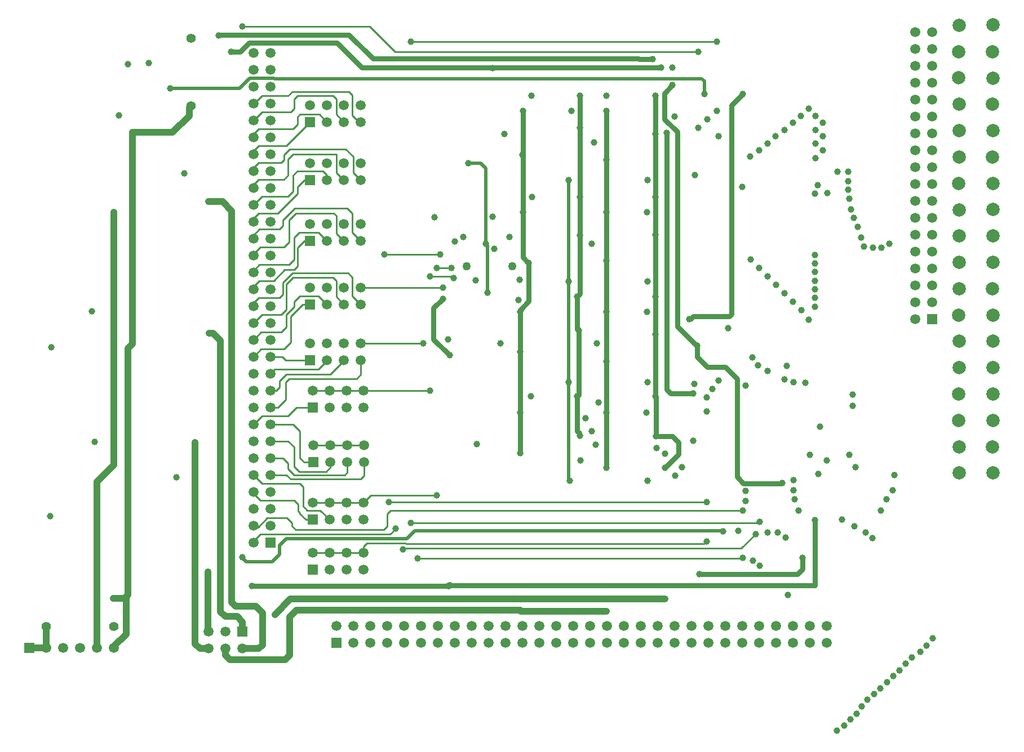
<source format=gbl>
%FSLAX25Y25*%
%MOIN*%
G70*
G01*
G75*
G04 Layer_Physical_Order=6*
G04 Layer_Color=16711680*
%ADD10O,0.01378X0.06693*%
%ADD11R,0.06693X0.04331*%
%ADD12R,0.11811X0.04331*%
%ADD13R,0.35827X0.41929*%
%ADD14R,0.10236X0.04331*%
%ADD15R,0.04331X0.06693*%
%ADD16R,0.05512X0.03937*%
%ADD17R,0.05512X0.12795*%
%ADD18O,0.07087X0.02362*%
%ADD19O,0.02165X0.07874*%
%ADD20O,0.07874X0.02165*%
%ADD21O,0.02756X0.09843*%
%ADD22C,0.01000*%
%ADD23C,0.02000*%
%ADD24C,0.02953*%
%ADD25C,0.03937*%
%ADD26C,0.04000*%
%ADD27C,0.01969*%
%ADD28R,0.05906X0.05906*%
%ADD29C,0.05906*%
%ADD30C,0.05512*%
%ADD31R,0.05906X0.05906*%
%ADD32C,0.07874*%
%ADD33C,0.03937*%
%ADD34C,0.05000*%
%ADD35C,0.07543*%
G04:AMPARAMS|DCode=36|XSize=93.465mil|YSize=93.465mil|CornerRadius=0mil|HoleSize=0mil|Usage=FLASHONLY|Rotation=0.000|XOffset=0mil|YOffset=0mil|HoleType=Round|Shape=Relief|Width=10mil|Gap=10mil|Entries=4|*
%AMTHD36*
7,0,0,0.09347,0.07347,0.01000,45*
%
%ADD36THD36*%
%ADD37C,0.07347*%
%ADD38C,0.08921*%
%ADD39C,0.05969*%
G04:AMPARAMS|DCode=40|XSize=79.685mil|YSize=79.685mil|CornerRadius=0mil|HoleSize=0mil|Usage=FLASHONLY|Rotation=0.000|XOffset=0mil|YOffset=0mil|HoleType=Round|Shape=Relief|Width=10mil|Gap=10mil|Entries=4|*
%AMTHD40*
7,0,0,0.07969,0.05969,0.01000,45*
%
%ADD40THD40*%
%ADD41C,0.06800*%
G04:AMPARAMS|DCode=42|XSize=95.433mil|YSize=95.433mil|CornerRadius=0mil|HoleSize=0mil|Usage=FLASHONLY|Rotation=0.000|XOffset=0mil|YOffset=0mil|HoleType=Round|Shape=Relief|Width=10mil|Gap=10mil|Entries=4|*
%AMTHD42*
7,0,0,0.09543,0.07543,0.01000,45*
%
%ADD42THD42*%
%ADD43C,0.02913*%
D22*
X240453Y487500D02*
X240551Y487402D01*
X240453Y487500D02*
X315650D01*
X312000Y179500D02*
X313968Y181468D01*
X336937D01*
X337303Y181102D02*
X513602D01*
X336937Y181468D02*
X337303Y181102D01*
X513602D02*
X515000Y182500D01*
X240158Y173228D02*
X240551D01*
X327949Y187004D02*
X331000Y190055D01*
X251000Y187000D02*
X327953D01*
X504724Y314173D02*
X505512D01*
X330650Y472500D02*
X510000D01*
X315650Y487500D02*
X330650Y472500D01*
X209055Y439555D02*
X210000Y440500D01*
X170866Y148819D02*
X171260D01*
X154500Y217886D02*
X154500D01*
X171260Y148819D02*
X171653Y148425D01*
X164500Y119500D02*
Y120405D01*
X124488Y119512D02*
X124500Y119500D01*
X515000Y204500D02*
Y206000D01*
X513500D02*
X515000Y204500D01*
X364500Y339500D02*
X365500Y338500D01*
X535500Y178500D02*
X544000Y187000D01*
X536000Y172500D02*
X536500Y173000D01*
X266500Y417000D02*
X280500Y431000D01*
X250000Y417000D02*
X266500D01*
X247000Y414000D02*
X250000Y417000D01*
X247000Y412000D02*
Y414000D01*
X286000Y435500D02*
X290500Y431000D01*
X274500Y435500D02*
X286000D01*
X273000Y434000D02*
X274500Y435500D01*
X273000Y429500D02*
Y434000D01*
X270500Y427000D02*
X273000Y429500D01*
X250000Y427000D02*
X270500D01*
X247000Y424000D02*
X250000Y427000D01*
X247000Y422000D02*
Y424000D01*
X296000Y435500D02*
X300500Y431000D01*
X296000Y435500D02*
Y444500D01*
X294000Y446500D02*
X296000Y444500D01*
X273000Y446500D02*
X294000D01*
X271000Y444500D02*
X273000Y446500D01*
X271000Y439000D02*
Y444500D01*
X269000Y437000D02*
X271000Y439000D01*
X252000Y437000D02*
X269000D01*
X247000Y432000D02*
X252000Y437000D01*
X309500Y431000D02*
X310500D01*
X305500Y435000D02*
X309500Y431000D01*
X305500Y435000D02*
Y447000D01*
X303500Y449000D02*
X305500Y447000D01*
X270000Y449000D02*
X303500D01*
X267500Y446500D02*
X270000Y449000D01*
X252000Y446500D02*
X267500D01*
X247500Y442000D02*
X252000Y446500D01*
X247000Y442000D02*
X247500D01*
X277000Y396500D02*
X280500D01*
X273000Y392500D02*
X277000Y396500D01*
X247000Y374000D02*
X250000Y377000D01*
X247000Y372000D02*
Y374000D01*
X290500Y396500D02*
Y399500D01*
X288000Y402000D02*
X290500Y399500D01*
X273000Y402000D02*
X288000D01*
X270500Y399500D02*
X273000Y402000D01*
X270500Y390000D02*
Y399500D01*
X267500Y387000D02*
X270500Y390000D01*
X252000Y387000D02*
X267500D01*
X247000Y382000D02*
X252000Y387000D01*
X296000Y401000D02*
X300500Y396500D01*
X296000Y401000D02*
Y412000D01*
X270500D02*
X296000D01*
X267500Y409000D02*
X270500Y412000D01*
X267500Y399500D02*
Y409000D01*
X265000Y397000D02*
X267500Y399500D01*
X250000Y397000D02*
X265000D01*
X247000Y394000D02*
X250000Y397000D01*
X306000Y401000D02*
X310500Y396500D01*
X306000Y401000D02*
Y410500D01*
X301500Y415000D02*
X306000Y410500D01*
X268500Y415000D02*
X301500D01*
X265000Y411500D02*
X268500Y415000D01*
X265000Y408500D02*
Y411500D01*
X263500Y407000D02*
X265000Y408500D01*
X250000Y407000D02*
X263500D01*
X247000Y404000D02*
X250000Y407000D01*
X247000Y402000D02*
Y404000D01*
X277000Y360500D02*
X280500D01*
X273000Y356500D02*
X277000Y360500D01*
X247000Y333500D02*
X250500Y337000D01*
X285500Y365500D02*
X290500Y360500D01*
X274000Y365500D02*
X285500D01*
X271000Y362500D02*
X274000Y365500D01*
X271000Y349500D02*
Y362500D01*
X268000Y346500D02*
X271000Y349500D01*
X250500Y346500D02*
X268000D01*
X247000Y343000D02*
X250500Y346500D01*
X296000Y365000D02*
X300500Y360500D01*
X296000Y365000D02*
Y375500D01*
X294500Y377000D02*
X296000Y375500D01*
X273000Y388500D02*
Y392500D01*
X261500Y377000D02*
X273000Y388500D01*
X250000Y377000D02*
X261500D01*
X272000D02*
X294500D01*
X268000Y373000D02*
X272000Y377000D01*
X268000Y360000D02*
Y373000D01*
X265000Y357000D02*
X268000Y360000D01*
X251000Y357000D02*
X265000D01*
X247000Y353000D02*
X251000Y357000D01*
X247000Y352000D02*
Y353000D01*
X305500Y365500D02*
X310500Y360500D01*
X305500Y365500D02*
Y377000D01*
X302500Y380000D02*
X305500Y377000D01*
X271500Y380000D02*
X302500D01*
X264500Y373000D02*
X271500Y380000D01*
X264500Y369500D02*
Y373000D01*
X262500Y367500D02*
X264500Y369500D01*
X250500Y367500D02*
X262500D01*
X247000Y364000D02*
X250500Y367500D01*
X247000Y362000D02*
Y364000D01*
X273000Y345500D02*
Y356500D01*
X271000Y343500D02*
X273000Y345500D01*
X265500Y343500D02*
X271000D01*
X259000Y337000D02*
X265500Y343500D01*
X250500Y337000D02*
X259000D01*
X276000Y323000D02*
X280500D01*
X269000Y316000D02*
X276000Y323000D01*
X269000Y300500D02*
Y316000D01*
X265000Y296500D02*
X269000Y300500D01*
X251500Y296500D02*
X265000D01*
X247000Y292000D02*
X251500Y296500D01*
X285500Y328000D02*
X290500Y323000D01*
X274500Y328000D02*
X285500D01*
X271000Y324500D02*
X274500Y328000D01*
X271000Y321500D02*
Y324500D01*
X266500Y317000D02*
X271000Y321500D01*
X266500Y309500D02*
Y317000D01*
X263500Y306500D02*
X266500Y309500D01*
X251500Y306500D02*
X263500D01*
X247000Y302000D02*
X251500Y306500D01*
X296000Y327500D02*
X300500Y323000D01*
X296000Y327500D02*
Y337000D01*
X294000Y339000D02*
X296000Y337000D01*
X270500Y339000D02*
X294000D01*
X266500Y335000D02*
X270500Y339000D01*
X266500Y320000D02*
Y335000D01*
X263500Y317000D02*
X266500Y320000D01*
X252000Y317000D02*
X263500D01*
X247000Y312000D02*
X252000Y317000D01*
X305500Y328000D02*
X310500Y323000D01*
X305500Y328000D02*
Y339000D01*
X303000Y341500D02*
X305500Y339000D01*
X270172Y341500D02*
X303000D01*
X264500Y335828D02*
X270172Y341500D01*
X264500Y329000D02*
Y335828D01*
X262500Y327000D02*
X264500Y329000D01*
X250000Y327000D02*
X262500D01*
X247000Y324000D02*
X250000Y327000D01*
X247000Y322000D02*
Y324000D01*
X266000Y290000D02*
X280500D01*
X264000Y292000D02*
X266000Y290000D01*
X257000Y292000D02*
X264000D01*
X290500Y289500D02*
Y290000D01*
X285500Y284500D02*
X290500Y289500D01*
X259500Y284500D02*
X285500D01*
X257000Y282000D02*
X259500Y284500D01*
X300500Y289500D02*
Y290000D01*
X292500Y281500D02*
X300500Y289500D01*
X266500Y281500D02*
X292500D01*
X262500Y277500D02*
X266500Y281500D01*
X262500Y274000D02*
Y277500D01*
X260500Y272000D02*
X262500Y274000D01*
X257000Y272000D02*
X260500D01*
X310500Y281500D02*
Y290000D01*
X308000Y279000D02*
X310500Y281500D01*
X268000Y279000D02*
X308000D01*
X266000Y277000D02*
X268000Y279000D01*
X266000Y266500D02*
Y277000D01*
X261500Y262000D02*
X266000Y266500D01*
X257000Y262000D02*
X261500D01*
X272500D02*
X282000D01*
X267500Y257000D02*
X272500Y262000D01*
X252000Y257000D02*
X267500D01*
X247000Y252000D02*
X252000Y257000D01*
X277000Y229500D02*
X282500D01*
X274500Y232000D02*
X277000Y229500D01*
X274500Y232000D02*
Y248000D01*
X270500Y252000D02*
X274500Y248000D01*
X257000Y252000D02*
X270500D01*
X292500Y226500D02*
Y229500D01*
X290000Y224000D02*
X292500Y226500D01*
X271000Y227000D02*
Y238500D01*
X267500Y242000D02*
X271000Y238500D01*
X257000Y242000D02*
X267500D01*
X302500Y223500D02*
Y229500D01*
X301000Y222000D02*
X302500Y223500D01*
X267500Y225500D02*
Y229000D01*
X264500Y232000D02*
X267500Y229000D01*
X257000Y232000D02*
X264500D01*
X312500Y221500D02*
Y229500D01*
X310500Y219500D02*
X312500Y221500D01*
X257000Y222000D02*
X266500D01*
X278000Y195500D02*
X282000D01*
X274500Y199000D02*
X278000Y195500D01*
X274500Y199000D02*
Y199500D01*
X273500Y200500D02*
X274500Y199500D01*
X273500Y200500D02*
Y204500D01*
X271000Y207000D02*
X273500Y204500D01*
X251000Y207000D02*
X271000D01*
X247000Y211000D02*
X251000Y207000D01*
X247000Y211000D02*
Y212000D01*
X286453Y201047D02*
X292000Y195500D01*
X278953Y201047D02*
X286453D01*
X276500Y203500D02*
X278953Y201047D01*
X271000Y227000D02*
X274000Y224000D01*
X290000D01*
X267500Y225500D02*
X271000Y222000D01*
X301000D01*
X266500D02*
X269000Y219500D01*
X310500D01*
X247000Y222000D02*
X252000Y217000D01*
X274500D01*
X276500Y215000D01*
Y203500D02*
Y215000D01*
X282000Y272000D02*
X292000D01*
X302000D01*
X312000D01*
X282500Y239500D02*
X292500D01*
X302500D01*
X312500D01*
X335500Y178000D02*
X336000Y178500D01*
X535500D01*
X327000Y206000D02*
X513500D01*
X344000Y172500D02*
X536000D01*
X312000Y176000D02*
Y179500D01*
X340000Y478500D02*
X521000D01*
X310500Y300000D02*
X347500D01*
X351500Y339500D02*
X364500D01*
X312000Y272000D02*
X351500D01*
X355500Y344500D02*
X364000D01*
X316500Y210000D02*
X355500D01*
X312000Y205500D02*
X316500Y210000D01*
X310500Y333000D02*
X359000D01*
X324500Y352500D02*
X357500D01*
X247000Y183000D02*
X251000Y187000D01*
X247000Y192000D02*
X248000Y191000D01*
X249703D01*
X255156Y196453D01*
X266953D01*
X269905Y193500D01*
Y191595D02*
Y193500D01*
Y191595D02*
X272000Y189500D01*
X324000D01*
X326000Y191500D01*
Y199000D01*
X328000Y201000D01*
X536500D01*
X384500Y359000D02*
X385500Y358000D01*
X433500Y219000D02*
X434000Y218500D01*
X546457Y194095D02*
X547051Y193500D01*
X340000D02*
X547051D01*
X409449Y347638D02*
X409842D01*
X404724Y318504D02*
Y319685D01*
X440043Y363894D02*
X440158Y363779D01*
X438583Y308266D02*
X439369Y307480D01*
X438583Y268504D02*
X439369Y269290D01*
X439764Y244882D02*
X440158Y245276D01*
X484646Y268504D02*
X485039Y268110D01*
X404724Y141732D02*
X405118Y141339D01*
X302000Y205500D02*
X312000D01*
X292000D02*
X302000D01*
X282000D02*
X292000D01*
X302000Y176000D02*
X312000D01*
X292000D02*
X302000D01*
X282000D02*
X292000D01*
D23*
X342520Y188976D02*
X524624D01*
X524900Y188700D01*
X337795Y184252D02*
X342520Y188976D01*
X266535Y184252D02*
X337795D01*
X262598Y180315D02*
X266535Y184252D01*
X240158Y173228D02*
X242913Y170472D01*
X258268D01*
X262598Y174803D01*
Y180315D01*
X513779Y447638D02*
Y455118D01*
X512205Y456693D02*
X513779Y455118D01*
X496557Y456693D02*
X512205D01*
X496526Y456724D02*
X496557Y456693D01*
X474835Y456724D02*
X496526D01*
X474803Y456693D02*
X474835Y456724D01*
X259311Y456693D02*
X474803D01*
X259051Y456953D02*
X259311Y456693D01*
X244949Y456953D02*
X259051D01*
X238783Y450787D02*
X244949Y456953D01*
X197638Y450787D02*
X238783D01*
X385500Y330000D02*
Y358000D01*
X384500Y359000D02*
Y403500D01*
X381500Y406500D02*
X384500Y403500D01*
X374000Y406500D02*
X381500D01*
X433500Y219000D02*
Y277000D01*
Y336500D01*
Y396500D01*
D24*
X510630Y163386D02*
X568898D01*
X571654Y166142D01*
X490158Y448032D02*
X494882Y452756D01*
X490158Y432677D02*
Y448032D01*
X226772Y482677D02*
X303543D01*
X505512Y314173D02*
X507087Y315748D01*
X528346D01*
X529921Y317323D01*
Y440945D01*
X536614Y447638D01*
X317717Y468504D02*
X474803D01*
X475197Y468110D01*
X311024Y463386D02*
X488189D01*
X296488Y477921D02*
X311024Y463386D01*
X475197Y468110D02*
X483071D01*
X303543Y482677D02*
X317717Y468504D01*
X244547Y477921D02*
X296488D01*
X239067Y472441D02*
X244547Y477921D01*
X233858Y472441D02*
X239067D01*
X226378Y482282D02*
X226772Y482677D01*
X559448Y216929D02*
X559841Y217322D01*
X540144Y216929D02*
X559448D01*
X540030Y217043D02*
X540144Y216929D01*
X536894Y217043D02*
X540030D01*
X533071Y220866D02*
X536894Y217043D01*
X533071Y220866D02*
Y278740D01*
X525984Y285827D02*
X533071Y278740D01*
X515354Y285827D02*
X525984D01*
X509449Y291732D02*
X515354Y285827D01*
X509449Y291732D02*
Y298425D01*
X571654Y166142D02*
Y172835D01*
X509055Y298425D02*
X509449D01*
X497638Y309842D02*
X509055Y298425D01*
X497638Y309842D02*
Y425197D01*
X490158Y432677D02*
X497638Y425197D01*
X493701Y270079D02*
X507087D01*
X491339Y272441D02*
X493701Y270079D01*
X491339Y272441D02*
Y424409D01*
X455945Y259095D02*
Y289331D01*
X455905Y259055D02*
X455945Y259095D01*
X455905Y289370D02*
X455945Y289331D01*
X404724Y259055D02*
Y294882D01*
Y235039D02*
Y259055D01*
Y294882D02*
Y318504D01*
X406299Y413779D02*
Y437402D01*
X440158Y427559D02*
Y446457D01*
X440043Y363894D02*
Y386500D01*
X440158D02*
Y427559D01*
Y329134D02*
Y363779D01*
X438583Y327559D02*
X440158Y329134D01*
X438583Y308266D02*
Y327559D01*
X439369Y269290D02*
Y307480D01*
X438583Y248031D02*
Y268504D01*
Y248031D02*
X439764Y246850D01*
X455905Y289370D02*
Y318504D01*
Y348819D01*
Y377559D01*
X484646Y424016D02*
Y446457D01*
Y386614D02*
Y424016D01*
Y364173D02*
Y386614D01*
Y327559D02*
Y364173D01*
Y305118D02*
Y327559D01*
Y268504D02*
Y305118D01*
X455905Y377559D02*
Y408661D01*
Y437402D01*
X409842Y347638D02*
X409957Y347524D01*
X404724Y319685D02*
X409957Y324917D01*
Y347524D01*
X455905Y226378D02*
Y259055D01*
X439764Y244882D02*
Y246850D01*
X490551Y226378D02*
X498425Y234252D01*
Y241339D01*
X494882Y244882D02*
X498425Y241339D01*
X485039Y244882D02*
X494882D01*
X485039D02*
Y268110D01*
X406299Y350787D02*
Y377559D01*
Y413779D01*
X246063Y156299D02*
X362598D01*
X353543Y302362D02*
X362992Y292913D01*
X353543Y302362D02*
Y320866D01*
X359055Y326378D01*
X362992Y156693D02*
X579134D01*
Y194093D01*
Y195276D01*
D25*
X220472Y383858D02*
X228740D01*
X234252Y378346D01*
Y146457D02*
Y378346D01*
Y146457D02*
X236614Y144095D01*
X248425D02*
X252362Y140157D01*
X236614Y144095D02*
X248425D01*
X252362Y121339D02*
Y140157D01*
X250157Y119134D02*
X252362Y121339D01*
X240551Y119134D02*
X250157D01*
X220866Y305906D02*
X223228D01*
X227559Y301575D01*
Y140945D02*
X230315Y138189D01*
X237402D01*
X240551Y135039D01*
Y129134D02*
Y135039D01*
X212598Y122047D02*
Y241339D01*
Y122047D02*
X215512Y119134D01*
X220551D01*
X220079Y131968D02*
Y164567D01*
X172835Y296850D02*
X175591Y299606D01*
Y424803D01*
X199213D01*
X209055Y434646D01*
Y439555D01*
X164173Y148819D02*
X170866D01*
X172835Y150787D01*
Y296850D01*
X154500Y217886D02*
X164567Y227953D01*
Y377559D01*
X171653Y127559D02*
Y148425D01*
X164500Y120405D02*
X171653Y127559D01*
X154500Y119500D02*
Y217886D01*
X114500Y119500D02*
X124500D01*
X124488Y119512D02*
Y132283D01*
X230551Y115118D02*
Y119134D01*
Y115118D02*
X233071Y112598D01*
X259842Y139370D02*
X268898Y148425D01*
X447244D01*
X233071Y112598D02*
X265748D01*
X268504Y115354D01*
Y137795D01*
X272441Y141732D01*
X404724D01*
X405118Y141339D02*
X455905D01*
X447244Y148425D02*
X490551D01*
X362598Y156299D02*
X362992Y156693D01*
X227559Y140945D02*
Y156299D01*
Y301575D01*
D28*
X114500Y119500D02*
D03*
X240551Y129134D02*
D03*
X282000Y166000D02*
D03*
Y195500D02*
D03*
X282500Y229500D02*
D03*
X282000Y262000D02*
D03*
X280500Y290000D02*
D03*
Y323000D02*
D03*
Y360500D02*
D03*
Y396500D02*
D03*
X296272Y122453D02*
D03*
X280500Y431000D02*
D03*
D29*
X124500Y119500D02*
D03*
X134500D02*
D03*
X144500D02*
D03*
X154500D02*
D03*
X164500D02*
D03*
X240551Y119134D02*
D03*
X230551Y129134D02*
D03*
Y119134D02*
D03*
X220551Y129134D02*
D03*
Y119134D02*
D03*
X638425Y484173D02*
D03*
X648425D02*
D03*
X638425Y474173D02*
D03*
X648425D02*
D03*
X638425Y464173D02*
D03*
X648425D02*
D03*
X638425Y454173D02*
D03*
X648425D02*
D03*
X638425Y444173D02*
D03*
X648425D02*
D03*
X638425Y434173D02*
D03*
X648425D02*
D03*
X638425Y424173D02*
D03*
X648425D02*
D03*
X638425Y414173D02*
D03*
X648425D02*
D03*
X638425Y404173D02*
D03*
X648425D02*
D03*
X638425Y394173D02*
D03*
X648425D02*
D03*
X638425Y384173D02*
D03*
X648425D02*
D03*
X638425Y374173D02*
D03*
X648425D02*
D03*
X638425Y364173D02*
D03*
X648425D02*
D03*
X638425Y354173D02*
D03*
X648425D02*
D03*
X638425Y344173D02*
D03*
X648425D02*
D03*
X638425Y334173D02*
D03*
X648425D02*
D03*
X638425Y324173D02*
D03*
X648425D02*
D03*
X638425Y314173D02*
D03*
X257000Y432000D02*
D03*
X247000D02*
D03*
X257000Y442000D02*
D03*
X247000D02*
D03*
X257000Y452000D02*
D03*
X247000D02*
D03*
X257000Y462000D02*
D03*
X247000D02*
D03*
X257000Y472000D02*
D03*
X247000D02*
D03*
Y182000D02*
D03*
X257000Y192000D02*
D03*
X247000D02*
D03*
X257000Y202000D02*
D03*
X247000D02*
D03*
X257000Y212000D02*
D03*
X247000D02*
D03*
X257000Y222000D02*
D03*
X247000D02*
D03*
X257000Y232000D02*
D03*
X247000D02*
D03*
X257000Y242000D02*
D03*
X247000D02*
D03*
X257000Y252000D02*
D03*
X247000D02*
D03*
X257000Y262000D02*
D03*
X247000D02*
D03*
X257000Y272000D02*
D03*
X247000D02*
D03*
X257000Y282000D02*
D03*
X247000D02*
D03*
X257000Y292000D02*
D03*
X247000D02*
D03*
X257000Y302000D02*
D03*
X247000D02*
D03*
X257000Y312000D02*
D03*
X247000D02*
D03*
X257000Y322000D02*
D03*
X247000D02*
D03*
X257000Y332000D02*
D03*
X247000D02*
D03*
X257000Y342000D02*
D03*
X247000D02*
D03*
X257000Y352000D02*
D03*
X247000D02*
D03*
X257000Y362000D02*
D03*
X247000D02*
D03*
X257000Y372000D02*
D03*
X247000D02*
D03*
X257000Y382000D02*
D03*
X247000D02*
D03*
X257000Y392000D02*
D03*
X247000D02*
D03*
X257000Y402000D02*
D03*
X247000D02*
D03*
X257000Y412000D02*
D03*
X247000D02*
D03*
X257000Y422000D02*
D03*
X247000D02*
D03*
X312000Y176000D02*
D03*
Y166000D02*
D03*
X302000Y176000D02*
D03*
Y166000D02*
D03*
X292000Y176000D02*
D03*
Y166000D02*
D03*
X282000Y176000D02*
D03*
X312000Y205500D02*
D03*
Y195500D02*
D03*
X302000Y205500D02*
D03*
Y195500D02*
D03*
X292000Y205500D02*
D03*
Y195500D02*
D03*
X282000Y205500D02*
D03*
X312500Y239500D02*
D03*
Y229500D02*
D03*
X302500Y239500D02*
D03*
Y229500D02*
D03*
X292500Y239500D02*
D03*
Y229500D02*
D03*
X282500Y239500D02*
D03*
X312000Y272000D02*
D03*
Y262000D02*
D03*
X302000Y272000D02*
D03*
Y262000D02*
D03*
X292000Y272000D02*
D03*
Y262000D02*
D03*
X282000Y272000D02*
D03*
X310500Y300000D02*
D03*
Y290000D02*
D03*
X300500Y300000D02*
D03*
Y290000D02*
D03*
X290500Y300000D02*
D03*
Y290000D02*
D03*
X280500Y300000D02*
D03*
X310500Y333000D02*
D03*
Y323000D02*
D03*
X300500Y333000D02*
D03*
Y323000D02*
D03*
X290500Y333000D02*
D03*
Y323000D02*
D03*
X280500Y333000D02*
D03*
X310500Y370500D02*
D03*
Y360500D02*
D03*
X300500Y370500D02*
D03*
Y360500D02*
D03*
X290500Y370500D02*
D03*
Y360500D02*
D03*
X280500Y370500D02*
D03*
X310500Y406500D02*
D03*
Y396500D02*
D03*
X300500Y406500D02*
D03*
Y396500D02*
D03*
X290500Y406500D02*
D03*
Y396500D02*
D03*
X280500Y406500D02*
D03*
X546272Y122453D02*
D03*
Y132453D02*
D03*
X556272Y122453D02*
D03*
Y132453D02*
D03*
X566272Y122453D02*
D03*
Y132453D02*
D03*
X576272Y122453D02*
D03*
Y132453D02*
D03*
X586272Y122453D02*
D03*
Y132453D02*
D03*
X296272D02*
D03*
X306272Y122453D02*
D03*
Y132453D02*
D03*
X316272Y122453D02*
D03*
Y132453D02*
D03*
X326272Y122453D02*
D03*
Y132453D02*
D03*
X336272Y122453D02*
D03*
Y132453D02*
D03*
X346272Y122453D02*
D03*
Y132453D02*
D03*
X356272Y122453D02*
D03*
Y132453D02*
D03*
X366272Y122453D02*
D03*
Y132453D02*
D03*
X376272Y122453D02*
D03*
Y132453D02*
D03*
X386272Y122453D02*
D03*
Y132453D02*
D03*
X396272Y122453D02*
D03*
Y132453D02*
D03*
X406272Y122453D02*
D03*
Y132453D02*
D03*
X416272Y122453D02*
D03*
Y132453D02*
D03*
X426272Y122453D02*
D03*
Y132453D02*
D03*
X436272Y122453D02*
D03*
Y132453D02*
D03*
X446272Y122453D02*
D03*
Y132453D02*
D03*
X456272Y122453D02*
D03*
Y132453D02*
D03*
X466272Y122453D02*
D03*
Y132453D02*
D03*
X476272Y122453D02*
D03*
Y132453D02*
D03*
X486272Y122453D02*
D03*
Y132453D02*
D03*
X496272Y122453D02*
D03*
Y132453D02*
D03*
X506272Y122453D02*
D03*
Y132453D02*
D03*
X516272Y122453D02*
D03*
Y132453D02*
D03*
X526272Y122453D02*
D03*
Y132453D02*
D03*
X536272Y122453D02*
D03*
Y132453D02*
D03*
X310500Y441000D02*
D03*
Y431000D02*
D03*
X300500Y441000D02*
D03*
Y431000D02*
D03*
X290500Y441000D02*
D03*
Y431000D02*
D03*
X280500Y441000D02*
D03*
D30*
X164488Y132283D02*
D03*
X124488D02*
D03*
X210000Y480500D02*
D03*
Y440500D02*
D03*
D31*
X648425Y314173D02*
D03*
X257000Y182000D02*
D03*
D32*
X664300Y488300D02*
D03*
X684300Y488700D02*
D03*
X664100Y472700D02*
D03*
X684100D02*
D03*
X664100Y457100D02*
D03*
X684300Y457000D02*
D03*
X664300Y441500D02*
D03*
X684200D02*
D03*
X664300Y425800D02*
D03*
X684300D02*
D03*
X664300Y410300D02*
D03*
X684200D02*
D03*
X664100Y394600D02*
D03*
X684300Y394700D02*
D03*
X664500Y378900D02*
D03*
X684400Y379100D02*
D03*
X664400Y363500D02*
D03*
X684400D02*
D03*
X664300Y347900D02*
D03*
X684400D02*
D03*
X664400Y332300D02*
D03*
X684200D02*
D03*
X664100Y316600D02*
D03*
X684400D02*
D03*
X664400Y301100D02*
D03*
X684300D02*
D03*
X664500Y285400D02*
D03*
X684300Y285500D02*
D03*
X664200Y269900D02*
D03*
X684400D02*
D03*
X664200Y254300D02*
D03*
X684300D02*
D03*
X664500Y238700D02*
D03*
X684200D02*
D03*
X664300Y223100D02*
D03*
X684300D02*
D03*
D33*
X406200Y411700D02*
D03*
X172900Y465200D02*
D03*
X533900Y188800D02*
D03*
X524900Y188700D02*
D03*
X151500Y318900D02*
D03*
X561900Y184900D02*
D03*
X538189Y206693D02*
D03*
X542520Y171260D02*
D03*
X546457Y168110D02*
D03*
X507874Y275984D02*
D03*
X240551Y487402D02*
D03*
X185039Y465748D02*
D03*
X167323Y435039D02*
D03*
X240551Y173228D02*
D03*
X331102Y190157D02*
D03*
X527953Y309055D02*
D03*
X504724Y314173D02*
D03*
X536614Y447638D02*
D03*
X513779D02*
D03*
X488189Y463386D02*
D03*
X388583Y462992D02*
D03*
X483071Y468110D02*
D03*
X197638Y450787D02*
D03*
X233858Y472441D02*
D03*
X226378Y482282D02*
D03*
X559841Y217322D02*
D03*
X571654Y172835D02*
D03*
X510630Y163386D02*
D03*
X509449Y298425D02*
D03*
X491339Y424409D02*
D03*
X484646Y424016D02*
D03*
X507087Y270079D02*
D03*
Y242126D02*
D03*
X451124Y264961D02*
D03*
X220472Y383858D02*
D03*
X220866Y305906D02*
D03*
X212598Y241339D02*
D03*
X220079Y164567D02*
D03*
X172835Y296850D02*
D03*
X164567Y377559D02*
D03*
X164173Y148819D02*
D03*
X154500Y217886D02*
D03*
X389500Y356000D02*
D03*
X385500Y330000D02*
D03*
X522000Y422500D02*
D03*
Y278000D02*
D03*
X515000Y268000D02*
D03*
X518500Y273000D02*
D03*
X443500Y255500D02*
D03*
X447000Y248000D02*
D03*
X515000Y206000D02*
D03*
Y259500D02*
D03*
X510000Y427500D02*
D03*
Y472500D02*
D03*
X515500Y432500D02*
D03*
X521000Y437500D02*
D03*
Y478500D02*
D03*
X542000Y291500D02*
D03*
X579134Y347244D02*
D03*
X378398Y337102D02*
D03*
X398500Y363000D02*
D03*
X371000D02*
D03*
X393000Y300000D02*
D03*
X447000Y359000D02*
D03*
X448500Y419000D02*
D03*
X395500Y424000D02*
D03*
X557000Y188000D02*
D03*
X551000D02*
D03*
X569500Y201000D02*
D03*
X567000Y207500D02*
D03*
X602500Y191500D02*
D03*
X609000Y188000D02*
D03*
X613000Y184500D02*
D03*
X618000Y201000D02*
D03*
X621500Y207500D02*
D03*
X566500Y213000D02*
D03*
X625000D02*
D03*
X626000Y222000D02*
D03*
X566500Y219000D02*
D03*
X586000Y230500D02*
D03*
X440500D02*
D03*
X490500Y234500D02*
D03*
X599500Y234000D02*
D03*
X500500Y226500D02*
D03*
X603000D02*
D03*
X496500Y221500D02*
D03*
X581000Y222500D02*
D03*
X575500Y314000D02*
D03*
X571000Y319500D02*
D03*
X566000Y324500D02*
D03*
X561000Y329500D02*
D03*
X556000Y334500D02*
D03*
X551000Y339500D02*
D03*
X546000Y344500D02*
D03*
X541000Y349500D02*
D03*
X601500Y263000D02*
D03*
X582000Y250500D02*
D03*
X601500Y269500D02*
D03*
X576000Y234000D02*
D03*
X538000Y275000D02*
D03*
X545500Y287000D02*
D03*
X551000Y283500D02*
D03*
X562500Y286500D02*
D03*
X561000Y278500D02*
D03*
X566500Y277000D02*
D03*
X573500Y276500D02*
D03*
X536000Y392500D02*
D03*
X450000Y300000D02*
D03*
X434000Y218500D02*
D03*
X480000D02*
D03*
X433500Y277000D02*
D03*
X480000D02*
D03*
X433500Y336500D02*
D03*
X480000D02*
D03*
X433500Y396500D02*
D03*
X480000D02*
D03*
X364000Y344500D02*
D03*
X365500Y338500D02*
D03*
X544000Y187000D02*
D03*
X340000Y193500D02*
D03*
X536500Y173000D02*
D03*
X357500Y352500D02*
D03*
X536500Y201000D02*
D03*
X335500Y178000D02*
D03*
X327000Y206000D02*
D03*
X344000Y172500D02*
D03*
X515000Y182500D02*
D03*
X340000Y478500D02*
D03*
X347500Y300000D02*
D03*
X351500Y339500D02*
D03*
Y272000D02*
D03*
X355500Y344500D02*
D03*
Y210000D02*
D03*
X359000Y333000D02*
D03*
X324500Y352500D02*
D03*
X384500Y359000D02*
D03*
X374000Y406500D02*
D03*
X546457Y194095D02*
D03*
X409842Y347638D02*
D03*
X404724Y294882D02*
D03*
Y259055D02*
D03*
Y235039D02*
D03*
Y318504D02*
D03*
X406299Y437402D02*
D03*
X440158Y446457D02*
D03*
Y427559D02*
D03*
X440043Y386500D02*
D03*
X440158Y363779D02*
D03*
X438583Y327559D02*
D03*
X439369Y307480D02*
D03*
X438583Y268504D02*
D03*
X440158Y245276D02*
D03*
X455905Y226378D02*
D03*
Y259055D02*
D03*
Y289370D02*
D03*
Y318504D02*
D03*
Y348819D02*
D03*
Y377559D02*
D03*
X484646Y446457D02*
D03*
Y386614D02*
D03*
Y364173D02*
D03*
Y327559D02*
D03*
Y305118D02*
D03*
Y268504D02*
D03*
X485433Y237795D02*
D03*
X485039Y244882D02*
D03*
X455905Y408661D02*
D03*
Y437402D02*
D03*
X404331Y337402D02*
D03*
X562992Y150787D02*
D03*
X449606Y239764D02*
D03*
X259842Y139370D02*
D03*
X447244Y148425D02*
D03*
X404724Y141732D02*
D03*
X455905Y141339D02*
D03*
X490551Y148425D02*
D03*
Y226378D02*
D03*
X411417Y446457D02*
D03*
X435039Y437402D02*
D03*
X411811Y386614D02*
D03*
X406299Y377559D02*
D03*
X403937Y325590D02*
D03*
X411028Y268500D02*
D03*
X479472Y259000D02*
D03*
X479917Y318500D02*
D03*
X479921Y377559D02*
D03*
X455905Y446457D02*
D03*
X362205Y302362D02*
D03*
X379134Y240158D02*
D03*
X538189Y212598D02*
D03*
X227559Y156299D02*
D03*
X246063D02*
D03*
X362992Y156693D02*
D03*
Y292913D02*
D03*
X359055Y326378D02*
D03*
X595276Y195669D02*
D03*
X579134Y195276D02*
D03*
X388500Y374886D02*
D03*
X366142Y360236D02*
D03*
X354000Y374472D02*
D03*
X126902Y197508D02*
D03*
X494882Y463386D02*
D03*
X508268Y399606D02*
D03*
X494882Y452756D02*
D03*
X496063Y434252D02*
D03*
X579000Y321500D02*
D03*
X579133Y326771D02*
D03*
X579069Y331760D02*
D03*
X579133Y337007D02*
D03*
Y342125D02*
D03*
Y352361D02*
D03*
X540945Y410630D02*
D03*
X546063Y414173D02*
D03*
X551181Y418110D02*
D03*
X555905Y422441D02*
D03*
X561024Y426378D02*
D03*
X566142Y430709D02*
D03*
X570866Y434646D02*
D03*
X575591Y438976D02*
D03*
X579528Y409449D02*
D03*
X583858Y414173D02*
D03*
X579528Y418110D02*
D03*
X583858Y422441D02*
D03*
X579528Y426378D02*
D03*
X583858Y430709D02*
D03*
X579528Y434646D02*
D03*
X592520Y401575D02*
D03*
X579133Y388582D02*
D03*
X592126Y70472D02*
D03*
X596457Y73622D02*
D03*
X580709Y393701D02*
D03*
X599999Y77165D02*
D03*
X586602Y388965D02*
D03*
X603936Y80708D02*
D03*
X598819Y401575D02*
D03*
X606692Y85039D02*
D03*
X610235Y88976D02*
D03*
X598818Y396062D02*
D03*
X598819Y390945D02*
D03*
X614246Y92198D02*
D03*
X617714Y95712D02*
D03*
X599605Y385432D02*
D03*
X621654Y99213D02*
D03*
X600392Y379133D02*
D03*
X625441Y102756D02*
D03*
X602071Y374196D02*
D03*
X629133Y106299D02*
D03*
X604329Y368897D02*
D03*
X632676Y110236D02*
D03*
X606298Y362598D02*
D03*
X636614Y113779D02*
D03*
X608266Y357086D02*
D03*
X613386Y356693D02*
D03*
X641339Y117323D02*
D03*
X645276Y120866D02*
D03*
X618503Y356692D02*
D03*
X623145Y359032D02*
D03*
X648818Y125197D02*
D03*
X206000Y400500D02*
D03*
X127500Y297500D02*
D03*
X201400Y220600D02*
D03*
X153000Y241400D02*
D03*
D34*
X400000Y345500D02*
D03*
X373000D02*
D03*
D43*
X406299Y350787D02*
X409449Y347638D01*
M02*

</source>
